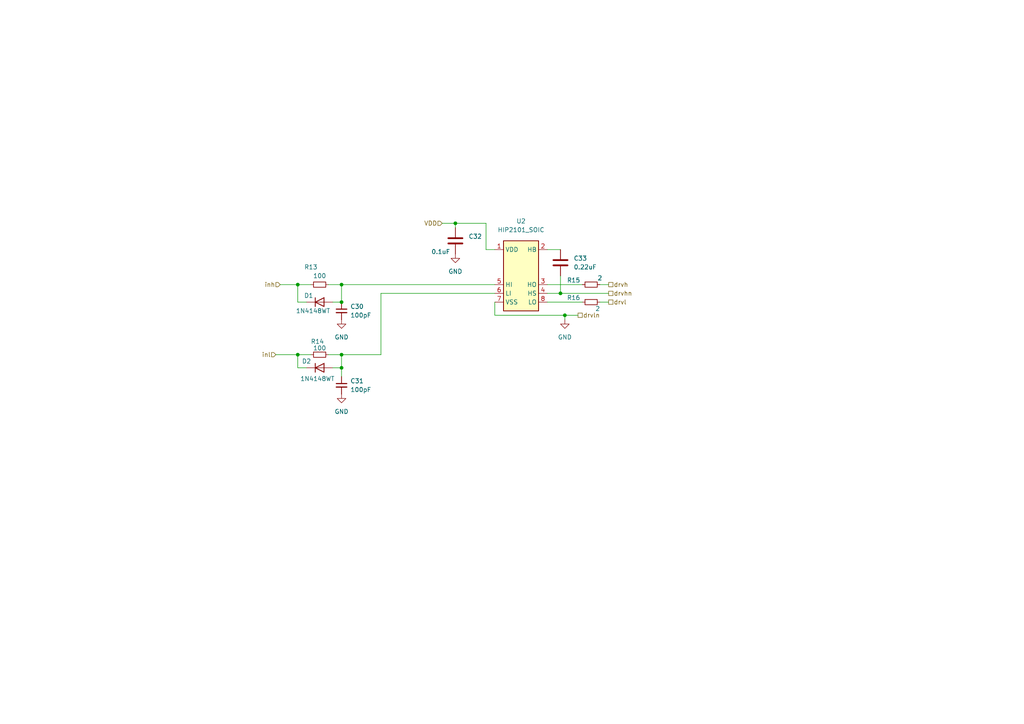
<source format=kicad_sch>
(kicad_sch (version 20211123) (generator eeschema)
  (paper "A4")
  (lib_symbols
    (symbol "Device:C" (pin_numbers hide) (pin_names (offset 0.254))
      (property "Reference" "C" (at 0.635 2.54 0))
      (property "Value" "C" (at 0.635 -2.54 0))
      (symbol "C_0_1"
        (polyline (pts (xy -2.032 -0.762) (xy 2.032 -0.762)) (stroke (width 0.508)))
        (polyline (pts (xy -2.032 0.762) (xy 2.032 0.762)) (stroke (width 0.508)))
      )
      (symbol "C_1_1"
        (pin passive line (at 0 3.81 270) (length 2.794) (name "~") (number "1"))
        (pin passive line (at 0 -3.81 90) (length 2.794) (name "~") (number "2"))
      )
    )
    (symbol "Device:C_Small" (pin_numbers hide) (pin_names (offset 0.254) hide)
      (property "Reference" "C" (at 0.254 1.778 0))
      (property "Value" "C_Small" (at 0.254 -2.032 0))
      (symbol "C_Small_0_1"
        (polyline (pts (xy -1.524 -0.508) (xy 1.524 -0.508)) (stroke (width 0.3302)))
        (polyline (pts (xy -1.524 0.508) (xy 1.524 0.508)) (stroke (width 0.3048)))
      )
      (symbol "C_Small_1_1"
        (pin passive line (at 0 2.54 270) (length 2.032) (name "~") (number "1"))
        (pin passive line (at 0 -2.54 90) (length 2.032) (name "~") (number "2"))
      )
    )
    (symbol "Device:R_Small" (pin_numbers hide) (pin_names (offset 0.254) hide)
      (property "Reference" "R" (at 0.762 0.508 0))
      (property "Value" "R_Small" (at 0.762 -1.016 0))
      (symbol "R_Small_0_1"
        (rectangle (start -0.762 1.778) (end 0.762 -1.778) (stroke (width 0.2032)))
      )
      (symbol "R_Small_1_1"
        (pin passive line (at 0 2.54 270) (length 0.762) (name "~") (number "1"))
        (pin passive line (at 0 -2.54 90) (length 0.762) (name "~") (number "2"))
      )
    )
    (symbol "Diode:1N4148WT" (pin_numbers hide) (pin_names (offset 1.016) hide)
      (property "Reference" "D" (at 0 2.54 0))
      (property "Value" "1N4148WT" (at 0 -2.54 0))
      (symbol "1N4148WT_0_1"
        (polyline (pts (xy -1.27 1.27) (xy -1.27 -1.27)) (stroke (width 0.254)))
        (polyline (pts (xy 1.27 0) (xy -1.27 0)))
        (polyline (pts (xy 1.27 1.27) (xy 1.27 -1.27) (xy -1.27 0) (xy 1.27 1.27)) (stroke (width 0.254)))
      )
      (symbol "1N4148WT_1_1"
        (pin passive line (at -3.81 0 0) (length 2.54) (name "K") (number "1"))
        (pin passive line (at 3.81 0 180) (length 2.54) (name "A") (number "2"))
      )
    )
    (symbol "Driver_FET:HIP2101_SOIC"
      (property "Reference" "U" (at 0 13.335 0))
      (property "Value" "HIP2101_SOIC" (at 0 11.43 0))
      (symbol "HIP2101_SOIC_0_1"
        (rectangle (start -5.08 -10.16) (end 5.08 10.16) (stroke (width 0.254)) (fill (type background)))
      )
      (symbol "HIP2101_SOIC_1_1"
        (pin power_in line (at -7.62 7.62 0) (length 2.54) (name "VDD") (number "1"))
        (pin passive line (at 7.62 7.62 180) (length 2.54) (name "HB") (number "2"))
        (pin output line (at 7.62 -2.54 180) (length 2.54) (name "HO") (number "3"))
        (pin passive line (at 7.62 -5.08 180) (length 2.54) (name "HS") (number "4"))
        (pin input line (at -7.62 -2.54 0) (length 2.54) (name "HI") (number "5"))
        (pin input line (at -7.62 -5.08 0) (length 2.54) (name "LI") (number "6"))
        (pin power_in line (at -7.62 -7.62 0) (length 2.54) (name "VSS") (number "7"))
        (pin output line (at 7.62 -7.62 180) (length 2.54) (name "LO") (number "8"))
      )
    )
    (symbol "power:GND" (power) (pin_names (offset 0))
      (property "Value" "GND" (at 0 -3.81 0))
      (symbol "GND_0_1"
        (polyline (pts (xy 0 0) (xy 0 -1.27) (xy 1.27 -1.27) (xy 0 -2.54) (xy -1.27 -1.27) (xy 0 -1.27)))
      )
      (symbol "GND_1_1"
        (pin power_in line (at 0 0 270) (length 0) hide (name "GND") (number "1"))
      )
    )
  )
  (junction (at 99.06 87.63))
  (junction (at 86.36 82.55))
  (junction (at 132.08 64.77))
  (junction (at 163.83 91.44))
  (junction (at 162.56 85.09))
  (junction (at 86.36 102.87))
  (junction (at 99.06 106.68))
  (junction (at 99.06 82.55))
  (junction (at 99.06 102.87))
  (wire (pts (xy 110.49 102.87) (xy 99.06 102.87)))
  (wire (pts (xy 96.52 87.63) (xy 99.06 87.63)))
  (wire (pts (xy 81.28 82.55) (xy 86.36 82.55)))
  (wire (pts (xy 143.51 91.44) (xy 163.83 91.44)))
  (wire (pts (xy 140.97 64.77) (xy 140.97 72.39)))
  (wire (pts (xy 158.75 72.39) (xy 162.56 72.39)))
  (wire (pts (xy 162.56 85.09) (xy 176.53 85.09)))
  (wire (pts (xy 99.06 82.55) (xy 99.06 87.63)))
  (wire (pts (xy 88.9 106.68) (xy 86.36 106.68)))
  (wire (pts (xy 99.06 82.55) (xy 143.51 82.55)))
  (wire (pts (xy 173.99 82.55) (xy 176.53 82.55)))
  (wire (pts (xy 132.08 64.77) (xy 140.97 64.77)))
  (wire (pts (xy 162.56 80.01) (xy 162.56 85.09)))
  (wire (pts (xy 88.9 87.63) (xy 86.36 87.63)))
  (wire (pts (xy 128.27 64.77) (xy 132.08 64.77)))
  (wire (pts (xy 167.64 91.44) (xy 163.83 91.44)))
  (wire (pts (xy 95.25 102.87) (xy 99.06 102.87)))
  (wire (pts (xy 143.51 87.63) (xy 143.51 91.44)))
  (wire (pts (xy 99.06 102.87) (xy 99.06 106.68)))
  (wire (pts (xy 158.75 85.09) (xy 162.56 85.09)))
  (wire (pts (xy 143.51 85.09) (xy 110.49 85.09)))
  (wire (pts (xy 140.97 72.39) (xy 143.51 72.39)))
  (wire (pts (xy 163.83 91.44) (xy 163.83 92.71)))
  (wire (pts (xy 96.52 106.68) (xy 99.06 106.68)))
  (wire (pts (xy 173.99 87.63) (xy 176.53 87.63)))
  (wire (pts (xy 99.06 106.68) (xy 99.06 109.22)))
  (wire (pts (xy 86.36 82.55) (xy 90.17 82.55)))
  (wire (pts (xy 86.36 87.63) (xy 86.36 82.55)))
  (wire (pts (xy 86.36 106.68) (xy 86.36 102.87)))
  (wire (pts (xy 86.36 102.87) (xy 90.17 102.87)))
  (wire (pts (xy 132.08 64.77) (xy 132.08 66.04)))
  (wire (pts (xy 158.75 87.63) (xy 168.91 87.63)))
  (wire (pts (xy 158.75 82.55) (xy 168.91 82.55)))
  (wire (pts (xy 80.01 102.87) (xy 86.36 102.87)))
  (wire (pts (xy 95.25 82.55) (xy 99.06 82.55)))
  (wire (pts (xy 110.49 85.09) (xy 110.49 102.87)))
  (hierarchical_label "drvl" (shape passive) (at 176.53 87.63 0))
  (hierarchical_label "drvhn" (shape passive) (at 176.53 85.09 0))
  (hierarchical_label "VDD" (shape input) (at 128.27 64.77 180))
  (hierarchical_label "inl" (shape input) (at 80.01 102.87 180))
  (hierarchical_label "inh" (shape input) (at 81.28 82.55 180))
  (hierarchical_label "drvln" (shape passive) (at 167.64 91.44 0))
  (hierarchical_label "drvh" (shape passive) (at 176.53 82.55 0))
  (symbol (lib_id "Device:R_Small") (at 171.45 87.63 90) (unit 1)
    (property "Reference" "R16" (at 166.37 86.36 90))
    (property "Value" "2" (at 173.355 89.535 90))
    (property "Footprint" "Resistor_SMD:R_0603_1608Metric_Pad0.98x0.95mm_HandSolder" (effects hide))
  )
  (symbol (lib_id "Device:R_Small") (at 171.45 82.55 90) (unit 1)
    (property "Reference" "R15" (at 166.37 81.28 90))
    (property "Value" "2" (at 173.99 80.645 90))
    (property "Footprint" "Resistor_SMD:R_0603_1608Metric_Pad0.98x0.95mm_HandSolder" (effects hide))
  )
  (symbol (lib_id "Driver_FET:HIP2101_SOIC") (at 151.13 80.01 0) (unit 1)
    (property "Reference" "U2" (at 151.13 64.135 0))
    (property "Value" "HIP2101_SOIC" (at 151.13 66.675 0))
    (property "Footprint" "Package_SO:SOIC-8_3.9x4.9mm_P1.27mm" (effects hide))
    (property "Datasheet" "http://www.intersil.com/content/dam/Intersil/documents/hip2/hip2101.pdf" (effects hide))
  )
  (symbol (lib_id "power:GND") (at 99.06 114.3 0) (unit 1)
    (property "Reference" "#PWR014" (effects hide))
    (property "Value" "GND" (at 99.06 119.38 0))
  )
  (symbol (lib_id "Device:C_Small") (at 99.06 111.76 0) (unit 1)
    (property "Reference" "C31" (at 101.6 110.4962 0) (effects (justify left)))
    (property "Value" "100pF" (at 101.6 113.0362 0) (effects (justify left)))
    (property "Footprint" "Capacitor_SMD:C_0603_1608Metric_Pad1.08x0.95mm_HandSolder" (effects hide))
  )
  (symbol (lib_id "Device:C") (at 162.56 76.2 0) (unit 1)
    (property "Reference" "C33" (at 166.37 74.9299 0) (effects (justify left)))
    (property "Value" "0.22uF" (at 166.37 77.4699 0) (effects (justify left)))
    (property "Footprint" "Capacitor_SMD:C_0603_1608Metric_Pad1.08x0.95mm_HandSolder" (effects hide))
  )
  (symbol (lib_id "power:GND") (at 99.06 92.71 0) (unit 1)
    (property "Reference" "#PWR013" (effects hide))
    (property "Value" "GND" (at 99.06 97.79 0))
  )
  (symbol (lib_id "Diode:1N4148WT") (at 92.71 106.68 0) (unit 1)
    (property "Reference" "D2" (at 88.9 104.775 0))
    (property "Value" "1N4148WT" (at 92.075 109.855 0))
    (property "Footprint" "Diode_SMD:D_SOD-523" (effects hide))
    (property "Datasheet" "https://www.diodes.com/assets/Datasheets/ds30396.pdf" (effects hide))
  )
  (symbol (lib_id "Device:C") (at 132.08 69.85 0) (unit 1)
    (property "Reference" "C32" (at 135.89 68.5799 0) (effects (justify left)))
    (property "Value" "0.1uF" (at 125.095 73.025 0) (effects (justify left)))
    (property "Footprint" "Capacitor_SMD:C_0603_1608Metric_Pad1.08x0.95mm_HandSolder" (effects hide))
  )
  (symbol (lib_id "Device:C_Small") (at 99.06 90.17 0) (unit 1)
    (property "Reference" "C30" (at 101.6 88.9062 0) (effects (justify left)))
    (property "Value" "100pF" (at 101.6 91.4462 0) (effects (justify left)))
    (property "Footprint" "Capacitor_SMD:C_0603_1608Metric_Pad1.08x0.95mm_HandSolder" (effects hide))
  )
  (symbol (lib_id "Diode:1N4148WT") (at 92.71 87.63 0) (unit 1)
    (property "Reference" "D1" (at 89.535 85.725 0))
    (property "Value" "1N4148WT" (at 90.805 90.17 0))
    (property "Footprint" "Diode_SMD:D_SOD-523" (effects hide))
    (property "Datasheet" "https://www.diodes.com/assets/Datasheets/ds30396.pdf" (effects hide))
  )
  (symbol (lib_id "power:GND") (at 132.08 73.66 0) (unit 1)
    (property "Reference" "#PWR015" (effects hide))
    (property "Value" "GND" (at 132.08 78.74 0))
  )
  (symbol (lib_id "power:GND") (at 163.83 92.71 0) (unit 1)
    (property "Reference" "#PWR016" (effects hide))
    (property "Value" "GND" (at 163.83 97.79 0))
  )
  (symbol (lib_id "Device:R_Small") (at 92.71 82.55 90) (unit 1)
    (property "Reference" "R13" (at 90.17 77.47 90))
    (property "Value" "100" (at 92.71 80.01 90))
    (property "Footprint" "Resistor_SMD:R_0603_1608Metric_Pad0.98x0.95mm_HandSolder" (effects hide))
  )
  (symbol (lib_id "Device:R_Small") (at 92.71 102.87 90) (unit 1)
    (property "Reference" "R14" (at 92.075 99.06 90))
    (property "Value" "100" (at 92.71 100.965 90))
    (property "Footprint" "Resistor_SMD:R_0603_1608Metric_Pad0.98x0.95mm_HandSolder" (effects hide))
  )
)
</source>
